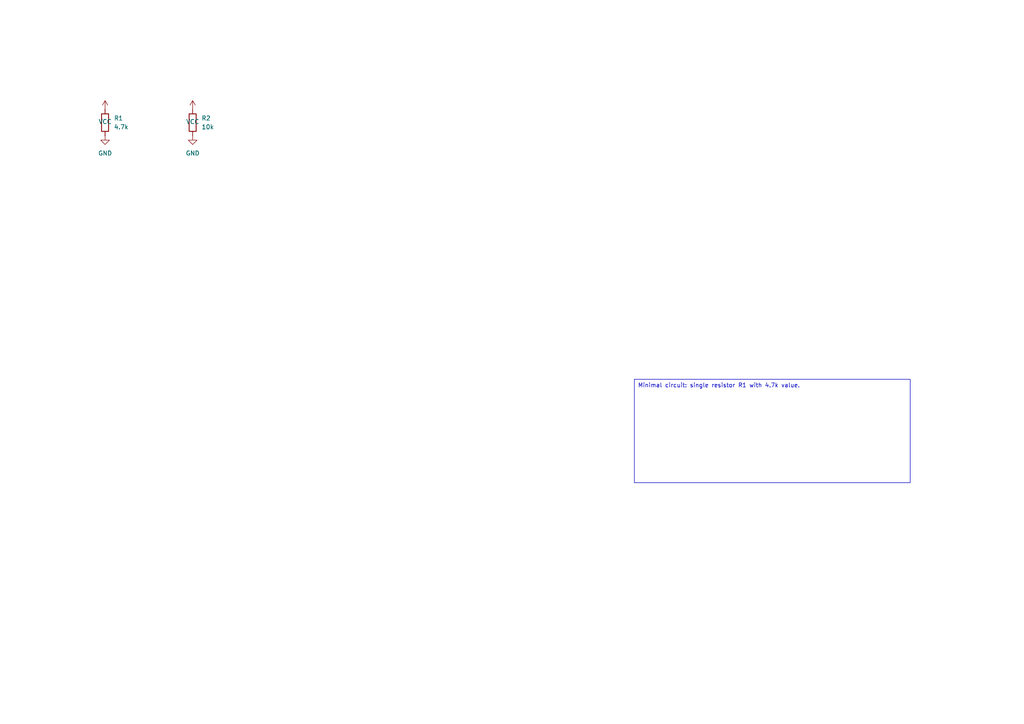
<source format=kicad_sch>
(kicad_sch (version 20250114) (generator "circuit_synth") (generator_version "0.8.36")
  (paper "A4")
  (title_block (title "simple_resistor"))
  (lib_symbols
    (symbol "Device:R" (pin_numbers (hide yes)) (pin_names (offset 0))
      (property "Reference" "R" (at 2.032 0 90))
      (property "Value" "R" (at 0 0 90))
      (symbol "R_0_1"
        (rectangle (start -1.016 -2.54) (end 1.016 2.54) (stroke (width 0.254)))
      )
      (symbol "R_1_1"
        (pin passive line (at 0 3.81 270) (length 1.27) (name "~") (number "1"))
        (pin passive line (at 0 -3.81 90) (length 1.27) (name "~") (number "2"))
      )
    )
    (symbol "power:VCC" (power) (pin_numbers (hide yes)) (pin_names (offset 0) (hide yes))
      (property "Value" "VCC" (at 0 3.556 0))
      (symbol "VCC_0_1"
        (polyline (pts (xy -0.762 1.27) (xy 0 2.54)))
        (polyline (pts (xy 0 2.54) (xy 0.762 1.27)))
        (polyline (pts (xy 0 0) (xy 0 2.54)))
      )
      (symbol "VCC_1_1"
        (pin power_in line (at 0 0 90) (length 0) (name "~") (number "1"))
      )
    )
    (symbol "power:GND" (power) (pin_numbers (hide yes)) (pin_names (offset 0) (hide yes))
      (property "Value" "GND" (at 0 -3.81 0))
      (symbol "GND_0_1"
        (polyline (pts (xy 0 0) (xy 0 -1.27) (xy 1.27 -1.27) (xy 0 -2.54) (xy -1.27 -1.27) (xy 0 -1.27)))
      )
      (symbol "GND_1_1"
        (pin power_in line (at 0 0 270) (length 0) (name "~") (number "1"))
      )
    )
  )
  (symbol (lib_id "Device:R") (at 30.48 35.56 0) (unit 1)
    (property "Reference" "R1" (at 33.02 34.2899 0) (effects (justify left)))
    (property "Value" "4.7k" (at 33.02 36.8299 0) (effects (justify left)))
    (property "Footprint" "Resistor_SMD:R_0603_1608Metric" (effects (hide yes)))
    (property "hierarchy_path" "/a8a2cc7f-b553-4311-af7c-61c714bf135f" (effects (hide yes)))
    (property "project_name" "simple_resistor" (effects (hide yes)))
    (property "root_uuid" "a8a2cc7f-b553-4311-af7c-61c714bf135f" (effects (hide yes)))
  )
  (symbol (lib_id "Device:R") (at 55.88 35.56 0) (unit 1)
    (property "Reference" "R2" (at 58.42 34.2899 0) (effects (justify left)))
    (property "Value" "10k" (at 58.42 36.8299 0) (effects (justify left)))
    (property "Footprint" "Resistor_SMD:R_0603_1608Metric" (effects (hide yes)))
    (property "hierarchy_path" "/a8a2cc7f-b553-4311-af7c-61c714bf135f" (effects (hide yes)))
    (property "project_name" "simple_resistor" (effects (hide yes)))
    (property "root_uuid" "a8a2cc7f-b553-4311-af7c-61c714bf135f" (effects (hide yes)))
  )
  (symbol (lib_id "power:VCC") (at 30.48 31.75 0) (unit 1)
    (property "Reference" "#PWR001" (effects (hide yes)))
    (property "Value" "VCC" (at 30.48 35.306 0))
  )
  (symbol (lib_id "power:VCC") (at 55.88 31.75 0) (unit 1)
    (property "Reference" "#PWR002" (effects (hide yes)))
    (property "Value" "VCC" (at 55.88 35.306 0))
  )
  (symbol (lib_id "power:GND") (at 30.48 39.37 0) (unit 1)
    (property "Reference" "#PWR003" (effects (hide yes)))
    (property "Value" "GND" (at 30.48 44.45 0))
  )
  (symbol (lib_id "power:GND") (at 55.88 39.37 0) (unit 1)
    (property "Reference" "#PWR004" (effects (hide yes)))
    (property "Value" "GND" (at 55.88 44.45 0))
  )
  (text_box "Minimal circuit: single resistor R1 with 4.7k value." (at 184 110 0.0000) (size 80 30) (margins 1 1 1 1) (stroke (width 0.0000)) (effects (font (size 1.2 1.2)) (justify left top)))
)
</source>
